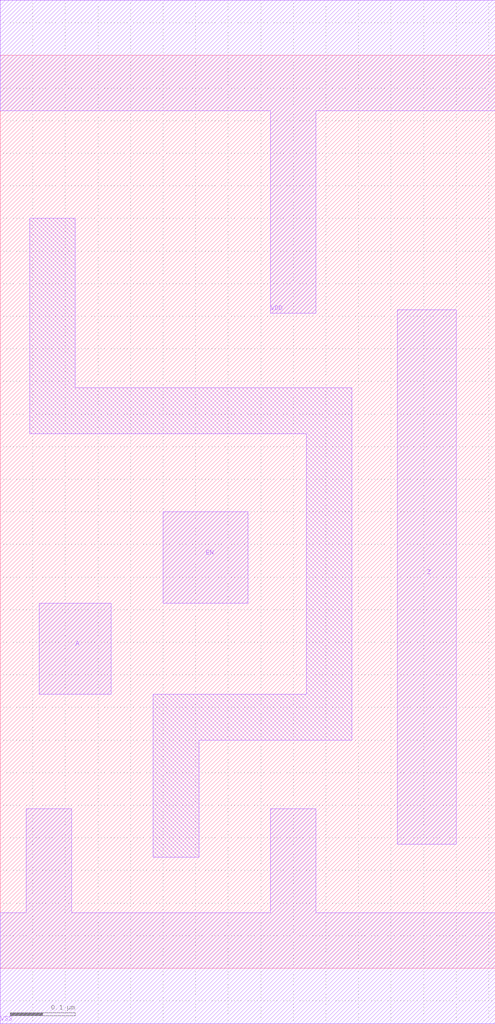
<source format=lef>
# 
# ******************************************************************************
# *                                                                            *
# *                   Copyright (C) 2004-2011, Nangate Inc.                    *
# *                           All rights reserved.                             *
# *                                                                            *
# * Nangate and the Nangate logo are trademarks of Nangate Inc.                *
# *                                                                            *
# * All trademarks, logos, software marks, and trade names (collectively the   *
# * "Marks") in this program are proprietary to Nangate or other respective    *
# * owners that have granted Nangate the right and license to use such Marks.  *
# * You are not permitted to use the Marks without the prior written consent   *
# * of Nangate or such third party that may own the Marks.                     *
# *                                                                            *
# * This file has been provided pursuant to a License Agreement containing     *
# * restrictions on its use. This file contains valuable trade secrets and     *
# * proprietary information of Nangate Inc., and is protected by U.S. and      *
# * international laws and/or treaties.                                        *
# *                                                                            *
# * The copyright notice(s) in this file does not indicate actual or intended  *
# * publication of this file.                                                  *
# *                                                                            *
# *     NGLibraryCreator, v2010.08-HR32-SP3-2010-08-05 - build 1009061800      *
# *                                                                            *
# ******************************************************************************
# 
# 
# Running on server08.nangate.com for user Giancarlo Franciscatto (gfr).
# Local time is now Thu, 6 Jan 2011, 18:10:28.
# Main process id is 3320.

VERSION 5.6 ;
BUSBITCHARS "[]" ;
DIVIDERCHAR "/" ;

MACRO ISO_FENCE1_X1
  CLASS core ;
  FOREIGN ISO_FENCE1_X1 0.0 0.0 ;
  ORIGIN 0 0 ;
  SYMMETRY X Y ;
  SITE FreePDK45_38x28_10R_NP_162NW_34O ;
  SIZE 0.76 BY 1.4 ;
  PIN A
    DIRECTION INPUT ;
    ANTENNAPARTIALMETALAREA 0.0154 LAYER metal1 ;
    ANTENNAPARTIALMETALSIDEAREA 0.065 LAYER metal1 ;
    ANTENNAGATEAREA 0.02025 ;
    PORT
      LAYER metal1 ;
        POLYGON 0.06 0.42 0.17 0.42 0.17 0.56 0.06 0.56  ;
    END
  END A
  PIN EN
    DIRECTION INPUT ;
    ANTENNAPARTIALMETALAREA 0.0182 LAYER metal1 ;
    ANTENNAPARTIALMETALSIDEAREA 0.0702 LAYER metal1 ;
    ANTENNAGATEAREA 0.02025 ;
    PORT
      LAYER metal1 ;
        POLYGON 0.25 0.56 0.38 0.56 0.38 0.7 0.25 0.7  ;
    END
  END EN
  PIN Z
    DIRECTION OUTPUT ;
    ANTENNAPARTIALMETALAREA 0.0738 LAYER metal1 ;
    ANTENNAPARTIALMETALSIDEAREA 0.2366 LAYER metal1 ;
    ANTENNADIFFAREA 0.0378 ;
    PORT
      LAYER metal1 ;
        POLYGON 0.61 0.19 0.7 0.19 0.7 1.01 0.61 1.01  ;
    END
  END Z
  PIN VDD
    DIRECTION INOUT ;
    USE power ;
    SHAPE ABUTMENT ;
    PORT
      LAYER metal1 ;
        POLYGON 0 1.315 0.415 1.315 0.415 1.005 0.485 1.005 0.485 1.315 0.54 1.315 0.76 1.315 0.76 1.485 0.54 1.485 0 1.485  ;
    END
  END VDD
  PIN VSS
    DIRECTION INOUT ;
    USE ground ;
    SHAPE ABUTMENT ;
    PORT
      LAYER metal1 ;
        POLYGON 0 -0.085 0.76 -0.085 0.76 0.085 0.485 0.085 0.485 0.245 0.415 0.245 0.415 0.085 0.11 0.085 0.11 0.245 0.04 0.245 0.04 0.085 0 0.085  ;
    END
  END VSS
  OBS
      LAYER metal1 ;
        POLYGON 0.045 0.82 0.47 0.82 0.47 0.42 0.235 0.42 0.235 0.17 0.305 0.17 0.305 0.35 0.54 0.35 0.54 0.89 0.115 0.89 0.115 1.15 0.045 1.15  ;
  END
END ISO_FENCE1_X1

END LIBRARY
#
# End of file
#

</source>
